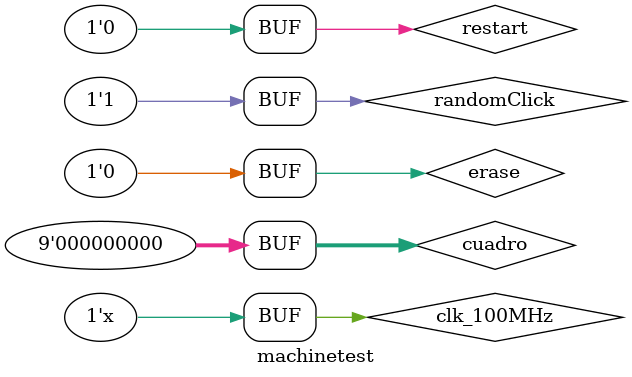
<source format=v>
`timescale 1ns / 1ps


module machinetest;

	// Inputs
	reg clk_100MHz=0;
	reg restart;
	reg erase;
	reg randomClick;
	reg [8:0] cuadro;

	// Outputs
	wire displayGanadorX;
	wire displayGanadorO;
	wire [3:0] state;
	wire [8:0] x;
	wire [8:0] o;
	wire resetScore;
	wire inc_x_score;
	wire inc_o_score;
	wire displayStartPlaying;
	wire displayEmpate;
	wire turnoX;

	// Instantiate the Unit Under Test (UUT)
	Maquina uut (
		.clk_100MHz(clk_100MHz), 
		.restart(restart), 
		.erase(erase), 
		.randomClick(randomClick), 
		.cuadro(cuadro), 
		.displayGanadorX(displayGanadorX), 
		.displayGanadorO(displayGanadorO), 
		.state(state), 
		.x(x), 
		.o(o), 
		.resetScore(resetScore), 
		.inc_x_score(inc_x_score), 
		.inc_o_score(inc_o_score), 
		.displayStartPlaying(displayStartPlaying), 
		.displayEmpate(displayEmpate), 
		.turnoX(turnoX)
	);
always #5 clk_100MHz=~clk_100MHz ;
	initial begin
		// Initialize Inputs
	
		restart = 0;
		erase = 0;
		randomClick = 0;
		cuadro = 0;

				// Wait 100 ns for global reset to finish
		#100;
        
		// Add stimulus here
		
		cuadro[3]=1; //marca x en cuadro 0
		#1000;
		cuadro[3]=0;
		#1000;
		
		cuadro[7]=1; //marca o en cuadro 8
		#1000;
		cuadro[7]=0;
		#1000;
		
		cuadro[4]=1; //marca x en cuadro 2
		#1000;
		cuadro[4]=0;
		#1000;
		
		cuadro[8]=1; //marca o en cuadro 1
		#1000;
		cuadro[8]=0;
		#1000;
		
		cuadro[5]=1; //marca x en cuadro 3
		#1000;
		cuadro[5]=0;
		#1000;
		
		
	
		
		
		
		
		randomClick=1;

	end
      
endmodule


</source>
